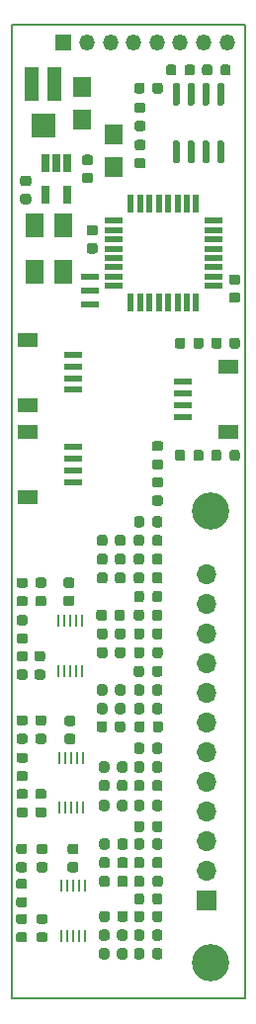
<source format=gts>
G04 #@! TF.GenerationSoftware,KiCad,Pcbnew,(5.1.9-0-10_14)*
G04 #@! TF.CreationDate,2021-01-28T12:41:14+01:00*
G04 #@! TF.ProjectId,instrumnet,696e7374-7275-46d6-9e65-742e6b696361,rev?*
G04 #@! TF.SameCoordinates,Original*
G04 #@! TF.FileFunction,Soldermask,Top*
G04 #@! TF.FilePolarity,Negative*
%FSLAX46Y46*%
G04 Gerber Fmt 4.6, Leading zero omitted, Abs format (unit mm)*
G04 Created by KiCad (PCBNEW (5.1.9-0-10_14)) date 2021-01-28 12:41:14*
%MOMM*%
%LPD*%
G01*
G04 APERTURE LIST*
G04 #@! TA.AperFunction,Profile*
%ADD10C,0.150000*%
G04 #@! TD*
%ADD11R,1.600000X1.800000*%
%ADD12O,1.700000X1.700000*%
%ADD13R,1.700000X1.700000*%
%ADD14R,0.250000X1.100000*%
%ADD15C,3.200000*%
%ADD16O,1.350000X1.350000*%
%ADD17R,1.350000X1.350000*%
%ADD18R,0.550000X1.600000*%
%ADD19R,1.600000X0.550000*%
%ADD20R,1.550000X0.600000*%
%ADD21R,1.800000X1.200000*%
%ADD22R,1.600000X2.000000*%
%ADD23R,2.000000X2.000000*%
%ADD24R,1.200000X3.000000*%
%ADD25R,1.500000X0.500000*%
%ADD26R,0.650000X1.560000*%
G04 APERTURE END LIST*
D10*
X124500000Y-63650000D02*
X144500000Y-63650000D01*
X124500000Y-147050000D02*
X124500000Y-63650000D01*
X144500000Y-147050000D02*
X124500000Y-147050000D01*
X144500000Y-63650000D02*
X144500000Y-147050000D01*
D11*
X130520000Y-68950000D03*
X130520000Y-71750000D03*
X133200000Y-75800000D03*
X133200000Y-73000000D03*
G36*
G01*
X143262500Y-67243750D02*
X143262500Y-67756250D01*
G75*
G02*
X143043750Y-67975000I-218750J0D01*
G01*
X142606250Y-67975000D01*
G75*
G02*
X142387500Y-67756250I0J218750D01*
G01*
X142387500Y-67243750D01*
G75*
G02*
X142606250Y-67025000I218750J0D01*
G01*
X143043750Y-67025000D01*
G75*
G02*
X143262500Y-67243750I0J-218750D01*
G01*
G37*
G36*
G01*
X141687500Y-67243750D02*
X141687500Y-67756250D01*
G75*
G02*
X141468750Y-67975000I-218750J0D01*
G01*
X141031250Y-67975000D01*
G75*
G02*
X140812500Y-67756250I0J218750D01*
G01*
X140812500Y-67243750D01*
G75*
G02*
X141031250Y-67025000I218750J0D01*
G01*
X141468750Y-67025000D01*
G75*
G02*
X141687500Y-67243750I0J-218750D01*
G01*
G37*
G36*
G01*
X137256250Y-104825000D02*
X136743750Y-104825000D01*
G75*
G02*
X136525000Y-104606250I0J218750D01*
G01*
X136525000Y-104168750D01*
G75*
G02*
X136743750Y-103950000I218750J0D01*
G01*
X137256250Y-103950000D01*
G75*
G02*
X137475000Y-104168750I0J-218750D01*
G01*
X137475000Y-104606250D01*
G75*
G02*
X137256250Y-104825000I-218750J0D01*
G01*
G37*
G36*
G01*
X137256250Y-103250000D02*
X136743750Y-103250000D01*
G75*
G02*
X136525000Y-103031250I0J218750D01*
G01*
X136525000Y-102593750D01*
G75*
G02*
X136743750Y-102375000I218750J0D01*
G01*
X137256250Y-102375000D01*
G75*
G02*
X137475000Y-102593750I0J-218750D01*
G01*
X137475000Y-103031250D01*
G75*
G02*
X137256250Y-103250000I-218750J0D01*
G01*
G37*
G36*
G01*
X144037500Y-100243750D02*
X144037500Y-100756250D01*
G75*
G02*
X143818750Y-100975000I-218750J0D01*
G01*
X143381250Y-100975000D01*
G75*
G02*
X143162500Y-100756250I0J218750D01*
G01*
X143162500Y-100243750D01*
G75*
G02*
X143381250Y-100025000I218750J0D01*
G01*
X143818750Y-100025000D01*
G75*
G02*
X144037500Y-100243750I0J-218750D01*
G01*
G37*
G36*
G01*
X142462500Y-100243750D02*
X142462500Y-100756250D01*
G75*
G02*
X142243750Y-100975000I-218750J0D01*
G01*
X141806250Y-100975000D01*
G75*
G02*
X141587500Y-100756250I0J218750D01*
G01*
X141587500Y-100243750D01*
G75*
G02*
X141806250Y-100025000I218750J0D01*
G01*
X142243750Y-100025000D01*
G75*
G02*
X142462500Y-100243750I0J-218750D01*
G01*
G37*
D12*
X141200000Y-110680000D03*
X141200000Y-113220000D03*
X141200000Y-115760000D03*
X141200000Y-118300000D03*
X141200000Y-120840000D03*
X141200000Y-123380000D03*
X141200000Y-125920000D03*
X141200000Y-128460000D03*
X141200000Y-131000000D03*
X141200000Y-133540000D03*
X141200000Y-136080000D03*
D13*
X141200000Y-138620000D03*
G36*
G01*
X125950000Y-79000000D02*
X125450000Y-79000000D01*
G75*
G02*
X125225000Y-78775000I0J225000D01*
G01*
X125225000Y-78325000D01*
G75*
G02*
X125450000Y-78100000I225000J0D01*
G01*
X125950000Y-78100000D01*
G75*
G02*
X126175000Y-78325000I0J-225000D01*
G01*
X126175000Y-78775000D01*
G75*
G02*
X125950000Y-79000000I-225000J0D01*
G01*
G37*
G36*
G01*
X125950000Y-77450000D02*
X125450000Y-77450000D01*
G75*
G02*
X125225000Y-77225000I0J225000D01*
G01*
X125225000Y-76775000D01*
G75*
G02*
X125450000Y-76550000I225000J0D01*
G01*
X125950000Y-76550000D01*
G75*
G02*
X126175000Y-76775000I0J-225000D01*
G01*
X126175000Y-77225000D01*
G75*
G02*
X125950000Y-77450000I-225000J0D01*
G01*
G37*
G36*
G01*
X132000000Y-137250000D02*
X132000000Y-136750000D01*
G75*
G02*
X132225000Y-136525000I225000J0D01*
G01*
X132675000Y-136525000D01*
G75*
G02*
X132900000Y-136750000I0J-225000D01*
G01*
X132900000Y-137250000D01*
G75*
G02*
X132675000Y-137475000I-225000J0D01*
G01*
X132225000Y-137475000D01*
G75*
G02*
X132000000Y-137250000I0J225000D01*
G01*
G37*
G36*
G01*
X133550000Y-137250000D02*
X133550000Y-136750000D01*
G75*
G02*
X133775000Y-136525000I225000J0D01*
G01*
X134225000Y-136525000D01*
G75*
G02*
X134450000Y-136750000I0J-225000D01*
G01*
X134450000Y-137250000D01*
G75*
G02*
X134225000Y-137475000I-225000J0D01*
G01*
X133775000Y-137475000D01*
G75*
G02*
X133550000Y-137250000I0J225000D01*
G01*
G37*
G36*
G01*
X132000000Y-135650000D02*
X132000000Y-135150000D01*
G75*
G02*
X132225000Y-134925000I225000J0D01*
G01*
X132675000Y-134925000D01*
G75*
G02*
X132900000Y-135150000I0J-225000D01*
G01*
X132900000Y-135650000D01*
G75*
G02*
X132675000Y-135875000I-225000J0D01*
G01*
X132225000Y-135875000D01*
G75*
G02*
X132000000Y-135650000I0J225000D01*
G01*
G37*
G36*
G01*
X133550000Y-135650000D02*
X133550000Y-135150000D01*
G75*
G02*
X133775000Y-134925000I225000J0D01*
G01*
X134225000Y-134925000D01*
G75*
G02*
X134450000Y-135150000I0J-225000D01*
G01*
X134450000Y-135650000D01*
G75*
G02*
X134225000Y-135875000I-225000J0D01*
G01*
X133775000Y-135875000D01*
G75*
G02*
X133550000Y-135650000I0J225000D01*
G01*
G37*
G36*
G01*
X132000000Y-134050000D02*
X132000000Y-133550000D01*
G75*
G02*
X132225000Y-133325000I225000J0D01*
G01*
X132675000Y-133325000D01*
G75*
G02*
X132900000Y-133550000I0J-225000D01*
G01*
X132900000Y-134050000D01*
G75*
G02*
X132675000Y-134275000I-225000J0D01*
G01*
X132225000Y-134275000D01*
G75*
G02*
X132000000Y-134050000I0J225000D01*
G01*
G37*
G36*
G01*
X133550000Y-134050000D02*
X133550000Y-133550000D01*
G75*
G02*
X133775000Y-133325000I225000J0D01*
G01*
X134225000Y-133325000D01*
G75*
G02*
X134450000Y-133550000I0J-225000D01*
G01*
X134450000Y-134050000D01*
G75*
G02*
X134225000Y-134275000I-225000J0D01*
G01*
X133775000Y-134275000D01*
G75*
G02*
X133550000Y-134050000I0J225000D01*
G01*
G37*
G36*
G01*
X130000000Y-136225000D02*
X129500000Y-136225000D01*
G75*
G02*
X129275000Y-136000000I0J225000D01*
G01*
X129275000Y-135550000D01*
G75*
G02*
X129500000Y-135325000I225000J0D01*
G01*
X130000000Y-135325000D01*
G75*
G02*
X130225000Y-135550000I0J-225000D01*
G01*
X130225000Y-136000000D01*
G75*
G02*
X130000000Y-136225000I-225000J0D01*
G01*
G37*
G36*
G01*
X130000000Y-134675000D02*
X129500000Y-134675000D01*
G75*
G02*
X129275000Y-134450000I0J225000D01*
G01*
X129275000Y-134000000D01*
G75*
G02*
X129500000Y-133775000I225000J0D01*
G01*
X130000000Y-133775000D01*
G75*
G02*
X130225000Y-134000000I0J-225000D01*
G01*
X130225000Y-134450000D01*
G75*
G02*
X130000000Y-134675000I-225000J0D01*
G01*
G37*
G36*
G01*
X129650000Y-113425000D02*
X129150000Y-113425000D01*
G75*
G02*
X128925000Y-113200000I0J225000D01*
G01*
X128925000Y-112750000D01*
G75*
G02*
X129150000Y-112525000I225000J0D01*
G01*
X129650000Y-112525000D01*
G75*
G02*
X129875000Y-112750000I0J-225000D01*
G01*
X129875000Y-113200000D01*
G75*
G02*
X129650000Y-113425000I-225000J0D01*
G01*
G37*
G36*
G01*
X129650000Y-111875000D02*
X129150000Y-111875000D01*
G75*
G02*
X128925000Y-111650000I0J225000D01*
G01*
X128925000Y-111200000D01*
G75*
G02*
X129150000Y-110975000I225000J0D01*
G01*
X129650000Y-110975000D01*
G75*
G02*
X129875000Y-111200000I0J-225000D01*
G01*
X129875000Y-111650000D01*
G75*
G02*
X129650000Y-111875000I-225000J0D01*
G01*
G37*
G36*
G01*
X131800000Y-111250000D02*
X131800000Y-110750000D01*
G75*
G02*
X132025000Y-110525000I225000J0D01*
G01*
X132475000Y-110525000D01*
G75*
G02*
X132700000Y-110750000I0J-225000D01*
G01*
X132700000Y-111250000D01*
G75*
G02*
X132475000Y-111475000I-225000J0D01*
G01*
X132025000Y-111475000D01*
G75*
G02*
X131800000Y-111250000I0J225000D01*
G01*
G37*
G36*
G01*
X133350000Y-111250000D02*
X133350000Y-110750000D01*
G75*
G02*
X133575000Y-110525000I225000J0D01*
G01*
X134025000Y-110525000D01*
G75*
G02*
X134250000Y-110750000I0J-225000D01*
G01*
X134250000Y-111250000D01*
G75*
G02*
X134025000Y-111475000I-225000J0D01*
G01*
X133575000Y-111475000D01*
G75*
G02*
X133350000Y-111250000I0J225000D01*
G01*
G37*
G36*
G01*
X131800000Y-108050000D02*
X131800000Y-107550000D01*
G75*
G02*
X132025000Y-107325000I225000J0D01*
G01*
X132475000Y-107325000D01*
G75*
G02*
X132700000Y-107550000I0J-225000D01*
G01*
X132700000Y-108050000D01*
G75*
G02*
X132475000Y-108275000I-225000J0D01*
G01*
X132025000Y-108275000D01*
G75*
G02*
X131800000Y-108050000I0J225000D01*
G01*
G37*
G36*
G01*
X133350000Y-108050000D02*
X133350000Y-107550000D01*
G75*
G02*
X133575000Y-107325000I225000J0D01*
G01*
X134025000Y-107325000D01*
G75*
G02*
X134250000Y-107550000I0J-225000D01*
G01*
X134250000Y-108050000D01*
G75*
G02*
X134025000Y-108275000I-225000J0D01*
G01*
X133575000Y-108275000D01*
G75*
G02*
X133350000Y-108050000I0J225000D01*
G01*
G37*
G36*
G01*
X131800000Y-117650000D02*
X131800000Y-117150000D01*
G75*
G02*
X132025000Y-116925000I225000J0D01*
G01*
X132475000Y-116925000D01*
G75*
G02*
X132700000Y-117150000I0J-225000D01*
G01*
X132700000Y-117650000D01*
G75*
G02*
X132475000Y-117875000I-225000J0D01*
G01*
X132025000Y-117875000D01*
G75*
G02*
X131800000Y-117650000I0J225000D01*
G01*
G37*
G36*
G01*
X133350000Y-117650000D02*
X133350000Y-117150000D01*
G75*
G02*
X133575000Y-116925000I225000J0D01*
G01*
X134025000Y-116925000D01*
G75*
G02*
X134250000Y-117150000I0J-225000D01*
G01*
X134250000Y-117650000D01*
G75*
G02*
X134025000Y-117875000I-225000J0D01*
G01*
X133575000Y-117875000D01*
G75*
G02*
X133350000Y-117650000I0J225000D01*
G01*
G37*
G36*
G01*
X131750000Y-114450000D02*
X131750000Y-113950000D01*
G75*
G02*
X131975000Y-113725000I225000J0D01*
G01*
X132425000Y-113725000D01*
G75*
G02*
X132650000Y-113950000I0J-225000D01*
G01*
X132650000Y-114450000D01*
G75*
G02*
X132425000Y-114675000I-225000J0D01*
G01*
X131975000Y-114675000D01*
G75*
G02*
X131750000Y-114450000I0J225000D01*
G01*
G37*
G36*
G01*
X133300000Y-114450000D02*
X133300000Y-113950000D01*
G75*
G02*
X133525000Y-113725000I225000J0D01*
G01*
X133975000Y-113725000D01*
G75*
G02*
X134200000Y-113950000I0J-225000D01*
G01*
X134200000Y-114450000D01*
G75*
G02*
X133975000Y-114675000I-225000J0D01*
G01*
X133525000Y-114675000D01*
G75*
G02*
X133300000Y-114450000I0J225000D01*
G01*
G37*
G36*
G01*
X131800000Y-109650000D02*
X131800000Y-109150000D01*
G75*
G02*
X132025000Y-108925000I225000J0D01*
G01*
X132475000Y-108925000D01*
G75*
G02*
X132700000Y-109150000I0J-225000D01*
G01*
X132700000Y-109650000D01*
G75*
G02*
X132475000Y-109875000I-225000J0D01*
G01*
X132025000Y-109875000D01*
G75*
G02*
X131800000Y-109650000I0J225000D01*
G01*
G37*
G36*
G01*
X133350000Y-109650000D02*
X133350000Y-109150000D01*
G75*
G02*
X133575000Y-108925000I225000J0D01*
G01*
X134025000Y-108925000D01*
G75*
G02*
X134250000Y-109150000I0J-225000D01*
G01*
X134250000Y-109650000D01*
G75*
G02*
X134025000Y-109875000I-225000J0D01*
G01*
X133575000Y-109875000D01*
G75*
G02*
X133350000Y-109650000I0J225000D01*
G01*
G37*
G36*
G01*
X131800000Y-116050000D02*
X131800000Y-115550000D01*
G75*
G02*
X132025000Y-115325000I225000J0D01*
G01*
X132475000Y-115325000D01*
G75*
G02*
X132700000Y-115550000I0J-225000D01*
G01*
X132700000Y-116050000D01*
G75*
G02*
X132475000Y-116275000I-225000J0D01*
G01*
X132025000Y-116275000D01*
G75*
G02*
X131800000Y-116050000I0J225000D01*
G01*
G37*
G36*
G01*
X133350000Y-116050000D02*
X133350000Y-115550000D01*
G75*
G02*
X133575000Y-115325000I225000J0D01*
G01*
X134025000Y-115325000D01*
G75*
G02*
X134250000Y-115550000I0J-225000D01*
G01*
X134250000Y-116050000D01*
G75*
G02*
X134025000Y-116275000I-225000J0D01*
G01*
X133575000Y-116275000D01*
G75*
G02*
X133350000Y-116050000I0J225000D01*
G01*
G37*
G36*
G01*
X129750000Y-125250000D02*
X129250000Y-125250000D01*
G75*
G02*
X129025000Y-125025000I0J225000D01*
G01*
X129025000Y-124575000D01*
G75*
G02*
X129250000Y-124350000I225000J0D01*
G01*
X129750000Y-124350000D01*
G75*
G02*
X129975000Y-124575000I0J-225000D01*
G01*
X129975000Y-125025000D01*
G75*
G02*
X129750000Y-125250000I-225000J0D01*
G01*
G37*
G36*
G01*
X129750000Y-123700000D02*
X129250000Y-123700000D01*
G75*
G02*
X129025000Y-123475000I0J225000D01*
G01*
X129025000Y-123025000D01*
G75*
G02*
X129250000Y-122800000I225000J0D01*
G01*
X129750000Y-122800000D01*
G75*
G02*
X129975000Y-123025000I0J-225000D01*
G01*
X129975000Y-123475000D01*
G75*
G02*
X129750000Y-123700000I-225000J0D01*
G01*
G37*
G36*
G01*
X131975000Y-143450000D02*
X131975000Y-142950000D01*
G75*
G02*
X132200000Y-142725000I225000J0D01*
G01*
X132650000Y-142725000D01*
G75*
G02*
X132875000Y-142950000I0J-225000D01*
G01*
X132875000Y-143450000D01*
G75*
G02*
X132650000Y-143675000I-225000J0D01*
G01*
X132200000Y-143675000D01*
G75*
G02*
X131975000Y-143450000I0J225000D01*
G01*
G37*
G36*
G01*
X133525000Y-143450000D02*
X133525000Y-142950000D01*
G75*
G02*
X133750000Y-142725000I225000J0D01*
G01*
X134200000Y-142725000D01*
G75*
G02*
X134425000Y-142950000I0J-225000D01*
G01*
X134425000Y-143450000D01*
G75*
G02*
X134200000Y-143675000I-225000J0D01*
G01*
X133750000Y-143675000D01*
G75*
G02*
X133525000Y-143450000I0J225000D01*
G01*
G37*
G36*
G01*
X131975000Y-141850000D02*
X131975000Y-141350000D01*
G75*
G02*
X132200000Y-141125000I225000J0D01*
G01*
X132650000Y-141125000D01*
G75*
G02*
X132875000Y-141350000I0J-225000D01*
G01*
X132875000Y-141850000D01*
G75*
G02*
X132650000Y-142075000I-225000J0D01*
G01*
X132200000Y-142075000D01*
G75*
G02*
X131975000Y-141850000I0J225000D01*
G01*
G37*
G36*
G01*
X133525000Y-141850000D02*
X133525000Y-141350000D01*
G75*
G02*
X133750000Y-141125000I225000J0D01*
G01*
X134200000Y-141125000D01*
G75*
G02*
X134425000Y-141350000I0J-225000D01*
G01*
X134425000Y-141850000D01*
G75*
G02*
X134200000Y-142075000I-225000J0D01*
G01*
X133750000Y-142075000D01*
G75*
G02*
X133525000Y-141850000I0J225000D01*
G01*
G37*
G36*
G01*
X132000000Y-140250000D02*
X132000000Y-139750000D01*
G75*
G02*
X132225000Y-139525000I225000J0D01*
G01*
X132675000Y-139525000D01*
G75*
G02*
X132900000Y-139750000I0J-225000D01*
G01*
X132900000Y-140250000D01*
G75*
G02*
X132675000Y-140475000I-225000J0D01*
G01*
X132225000Y-140475000D01*
G75*
G02*
X132000000Y-140250000I0J225000D01*
G01*
G37*
G36*
G01*
X133550000Y-140250000D02*
X133550000Y-139750000D01*
G75*
G02*
X133775000Y-139525000I225000J0D01*
G01*
X134225000Y-139525000D01*
G75*
G02*
X134450000Y-139750000I0J-225000D01*
G01*
X134450000Y-140250000D01*
G75*
G02*
X134225000Y-140475000I-225000J0D01*
G01*
X133775000Y-140475000D01*
G75*
G02*
X133550000Y-140250000I0J225000D01*
G01*
G37*
G36*
G01*
X131775000Y-124000000D02*
X131775000Y-123500000D01*
G75*
G02*
X132000000Y-123275000I225000J0D01*
G01*
X132450000Y-123275000D01*
G75*
G02*
X132675000Y-123500000I0J-225000D01*
G01*
X132675000Y-124000000D01*
G75*
G02*
X132450000Y-124225000I-225000J0D01*
G01*
X132000000Y-124225000D01*
G75*
G02*
X131775000Y-124000000I0J225000D01*
G01*
G37*
G36*
G01*
X133325000Y-124000000D02*
X133325000Y-123500000D01*
G75*
G02*
X133550000Y-123275000I225000J0D01*
G01*
X134000000Y-123275000D01*
G75*
G02*
X134225000Y-123500000I0J-225000D01*
G01*
X134225000Y-124000000D01*
G75*
G02*
X134000000Y-124225000I-225000J0D01*
G01*
X133550000Y-124225000D01*
G75*
G02*
X133325000Y-124000000I0J225000D01*
G01*
G37*
G36*
G01*
X131800000Y-120850000D02*
X131800000Y-120350000D01*
G75*
G02*
X132025000Y-120125000I225000J0D01*
G01*
X132475000Y-120125000D01*
G75*
G02*
X132700000Y-120350000I0J-225000D01*
G01*
X132700000Y-120850000D01*
G75*
G02*
X132475000Y-121075000I-225000J0D01*
G01*
X132025000Y-121075000D01*
G75*
G02*
X131800000Y-120850000I0J225000D01*
G01*
G37*
G36*
G01*
X133350000Y-120850000D02*
X133350000Y-120350000D01*
G75*
G02*
X133575000Y-120125000I225000J0D01*
G01*
X134025000Y-120125000D01*
G75*
G02*
X134250000Y-120350000I0J-225000D01*
G01*
X134250000Y-120850000D01*
G75*
G02*
X134025000Y-121075000I-225000J0D01*
G01*
X133575000Y-121075000D01*
G75*
G02*
X133350000Y-120850000I0J225000D01*
G01*
G37*
G36*
G01*
X131975000Y-130750000D02*
X131975000Y-130250000D01*
G75*
G02*
X132200000Y-130025000I225000J0D01*
G01*
X132650000Y-130025000D01*
G75*
G02*
X132875000Y-130250000I0J-225000D01*
G01*
X132875000Y-130750000D01*
G75*
G02*
X132650000Y-130975000I-225000J0D01*
G01*
X132200000Y-130975000D01*
G75*
G02*
X131975000Y-130750000I0J225000D01*
G01*
G37*
G36*
G01*
X133525000Y-130750000D02*
X133525000Y-130250000D01*
G75*
G02*
X133750000Y-130025000I225000J0D01*
G01*
X134200000Y-130025000D01*
G75*
G02*
X134425000Y-130250000I0J-225000D01*
G01*
X134425000Y-130750000D01*
G75*
G02*
X134200000Y-130975000I-225000J0D01*
G01*
X133750000Y-130975000D01*
G75*
G02*
X133525000Y-130750000I0J225000D01*
G01*
G37*
G36*
G01*
X130750000Y-74750000D02*
X131250000Y-74750000D01*
G75*
G02*
X131475000Y-74975000I0J-225000D01*
G01*
X131475000Y-75425000D01*
G75*
G02*
X131250000Y-75650000I-225000J0D01*
G01*
X130750000Y-75650000D01*
G75*
G02*
X130525000Y-75425000I0J225000D01*
G01*
X130525000Y-74975000D01*
G75*
G02*
X130750000Y-74750000I225000J0D01*
G01*
G37*
G36*
G01*
X130750000Y-76300000D02*
X131250000Y-76300000D01*
G75*
G02*
X131475000Y-76525000I0J-225000D01*
G01*
X131475000Y-76975000D01*
G75*
G02*
X131250000Y-77200000I-225000J0D01*
G01*
X130750000Y-77200000D01*
G75*
G02*
X130525000Y-76975000I0J225000D01*
G01*
X130525000Y-76525000D01*
G75*
G02*
X130750000Y-76300000I225000J0D01*
G01*
G37*
G36*
G01*
X135250000Y-73475000D02*
X135750000Y-73475000D01*
G75*
G02*
X135975000Y-73700000I0J-225000D01*
G01*
X135975000Y-74150000D01*
G75*
G02*
X135750000Y-74375000I-225000J0D01*
G01*
X135250000Y-74375000D01*
G75*
G02*
X135025000Y-74150000I0J225000D01*
G01*
X135025000Y-73700000D01*
G75*
G02*
X135250000Y-73475000I225000J0D01*
G01*
G37*
G36*
G01*
X135250000Y-75025000D02*
X135750000Y-75025000D01*
G75*
G02*
X135975000Y-75250000I0J-225000D01*
G01*
X135975000Y-75700000D01*
G75*
G02*
X135750000Y-75925000I-225000J0D01*
G01*
X135250000Y-75925000D01*
G75*
G02*
X135025000Y-75700000I0J225000D01*
G01*
X135025000Y-75250000D01*
G75*
G02*
X135250000Y-75025000I225000J0D01*
G01*
G37*
G36*
G01*
X131650000Y-83225000D02*
X131150000Y-83225000D01*
G75*
G02*
X130925000Y-83000000I0J225000D01*
G01*
X130925000Y-82550000D01*
G75*
G02*
X131150000Y-82325000I225000J0D01*
G01*
X131650000Y-82325000D01*
G75*
G02*
X131875000Y-82550000I0J-225000D01*
G01*
X131875000Y-83000000D01*
G75*
G02*
X131650000Y-83225000I-225000J0D01*
G01*
G37*
G36*
G01*
X131650000Y-81675000D02*
X131150000Y-81675000D01*
G75*
G02*
X130925000Y-81450000I0J225000D01*
G01*
X130925000Y-81000000D01*
G75*
G02*
X131150000Y-80775000I225000J0D01*
G01*
X131650000Y-80775000D01*
G75*
G02*
X131875000Y-81000000I0J-225000D01*
G01*
X131875000Y-81450000D01*
G75*
G02*
X131650000Y-81675000I-225000J0D01*
G01*
G37*
G36*
G01*
X143350000Y-85000000D02*
X143850000Y-85000000D01*
G75*
G02*
X144075000Y-85225000I0J-225000D01*
G01*
X144075000Y-85675000D01*
G75*
G02*
X143850000Y-85900000I-225000J0D01*
G01*
X143350000Y-85900000D01*
G75*
G02*
X143125000Y-85675000I0J225000D01*
G01*
X143125000Y-85225000D01*
G75*
G02*
X143350000Y-85000000I225000J0D01*
G01*
G37*
G36*
G01*
X143350000Y-86550000D02*
X143850000Y-86550000D01*
G75*
G02*
X144075000Y-86775000I0J-225000D01*
G01*
X144075000Y-87225000D01*
G75*
G02*
X143850000Y-87450000I-225000J0D01*
G01*
X143350000Y-87450000D01*
G75*
G02*
X143125000Y-87225000I0J225000D01*
G01*
X143125000Y-86775000D01*
G75*
G02*
X143350000Y-86550000I225000J0D01*
G01*
G37*
G36*
G01*
X141600000Y-91150000D02*
X141600000Y-90650000D01*
G75*
G02*
X141825000Y-90425000I225000J0D01*
G01*
X142275000Y-90425000D01*
G75*
G02*
X142500000Y-90650000I0J-225000D01*
G01*
X142500000Y-91150000D01*
G75*
G02*
X142275000Y-91375000I-225000J0D01*
G01*
X141825000Y-91375000D01*
G75*
G02*
X141600000Y-91150000I0J225000D01*
G01*
G37*
G36*
G01*
X143150000Y-91150000D02*
X143150000Y-90650000D01*
G75*
G02*
X143375000Y-90425000I225000J0D01*
G01*
X143825000Y-90425000D01*
G75*
G02*
X144050000Y-90650000I0J-225000D01*
G01*
X144050000Y-91150000D01*
G75*
G02*
X143825000Y-91375000I-225000J0D01*
G01*
X143375000Y-91375000D01*
G75*
G02*
X143150000Y-91150000I0J225000D01*
G01*
G37*
G36*
G01*
X131975000Y-127450000D02*
X131975000Y-126950000D01*
G75*
G02*
X132200000Y-126725000I225000J0D01*
G01*
X132650000Y-126725000D01*
G75*
G02*
X132875000Y-126950000I0J-225000D01*
G01*
X132875000Y-127450000D01*
G75*
G02*
X132650000Y-127675000I-225000J0D01*
G01*
X132200000Y-127675000D01*
G75*
G02*
X131975000Y-127450000I0J225000D01*
G01*
G37*
G36*
G01*
X133525000Y-127450000D02*
X133525000Y-126950000D01*
G75*
G02*
X133750000Y-126725000I225000J0D01*
G01*
X134200000Y-126725000D01*
G75*
G02*
X134425000Y-126950000I0J-225000D01*
G01*
X134425000Y-127450000D01*
G75*
G02*
X134200000Y-127675000I-225000J0D01*
G01*
X133750000Y-127675000D01*
G75*
G02*
X133525000Y-127450000I0J225000D01*
G01*
G37*
G36*
G01*
X131800000Y-122450000D02*
X131800000Y-121950000D01*
G75*
G02*
X132025000Y-121725000I225000J0D01*
G01*
X132475000Y-121725000D01*
G75*
G02*
X132700000Y-121950000I0J-225000D01*
G01*
X132700000Y-122450000D01*
G75*
G02*
X132475000Y-122675000I-225000J0D01*
G01*
X132025000Y-122675000D01*
G75*
G02*
X131800000Y-122450000I0J225000D01*
G01*
G37*
G36*
G01*
X133350000Y-122450000D02*
X133350000Y-121950000D01*
G75*
G02*
X133575000Y-121725000I225000J0D01*
G01*
X134025000Y-121725000D01*
G75*
G02*
X134250000Y-121950000I0J-225000D01*
G01*
X134250000Y-122450000D01*
G75*
G02*
X134025000Y-122675000I-225000J0D01*
G01*
X133575000Y-122675000D01*
G75*
G02*
X133350000Y-122450000I0J225000D01*
G01*
G37*
G36*
G01*
X137450000Y-68800000D02*
X137450000Y-69300000D01*
G75*
G02*
X137225000Y-69525000I-225000J0D01*
G01*
X136775000Y-69525000D01*
G75*
G02*
X136550000Y-69300000I0J225000D01*
G01*
X136550000Y-68800000D01*
G75*
G02*
X136775000Y-68575000I225000J0D01*
G01*
X137225000Y-68575000D01*
G75*
G02*
X137450000Y-68800000I0J-225000D01*
G01*
G37*
G36*
G01*
X135900000Y-68800000D02*
X135900000Y-69300000D01*
G75*
G02*
X135675000Y-69525000I-225000J0D01*
G01*
X135225000Y-69525000D01*
G75*
G02*
X135000000Y-69300000I0J225000D01*
G01*
X135000000Y-68800000D01*
G75*
G02*
X135225000Y-68575000I225000J0D01*
G01*
X135675000Y-68575000D01*
G75*
G02*
X135900000Y-68800000I0J-225000D01*
G01*
G37*
G36*
G01*
X131975000Y-129050000D02*
X131975000Y-128550000D01*
G75*
G02*
X132200000Y-128325000I225000J0D01*
G01*
X132650000Y-128325000D01*
G75*
G02*
X132875000Y-128550000I0J-225000D01*
G01*
X132875000Y-129050000D01*
G75*
G02*
X132650000Y-129275000I-225000J0D01*
G01*
X132200000Y-129275000D01*
G75*
G02*
X131975000Y-129050000I0J225000D01*
G01*
G37*
G36*
G01*
X133525000Y-129050000D02*
X133525000Y-128550000D01*
G75*
G02*
X133750000Y-128325000I225000J0D01*
G01*
X134200000Y-128325000D01*
G75*
G02*
X134425000Y-128550000I0J-225000D01*
G01*
X134425000Y-129050000D01*
G75*
G02*
X134200000Y-129275000I-225000J0D01*
G01*
X133750000Y-129275000D01*
G75*
G02*
X133525000Y-129050000I0J225000D01*
G01*
G37*
G36*
G01*
X140187500Y-67243750D02*
X140187500Y-67756250D01*
G75*
G02*
X139968750Y-67975000I-218750J0D01*
G01*
X139531250Y-67975000D01*
G75*
G02*
X139312500Y-67756250I0J218750D01*
G01*
X139312500Y-67243750D01*
G75*
G02*
X139531250Y-67025000I218750J0D01*
G01*
X139968750Y-67025000D01*
G75*
G02*
X140187500Y-67243750I0J-218750D01*
G01*
G37*
G36*
G01*
X138612500Y-67243750D02*
X138612500Y-67756250D01*
G75*
G02*
X138393750Y-67975000I-218750J0D01*
G01*
X137956250Y-67975000D01*
G75*
G02*
X137737500Y-67756250I0J218750D01*
G01*
X137737500Y-67243750D01*
G75*
G02*
X137956250Y-67025000I218750J0D01*
G01*
X138393750Y-67025000D01*
G75*
G02*
X138612500Y-67243750I0J-218750D01*
G01*
G37*
G36*
G01*
X137256250Y-101725000D02*
X136743750Y-101725000D01*
G75*
G02*
X136525000Y-101506250I0J218750D01*
G01*
X136525000Y-101068750D01*
G75*
G02*
X136743750Y-100850000I218750J0D01*
G01*
X137256250Y-100850000D01*
G75*
G02*
X137475000Y-101068750I0J-218750D01*
G01*
X137475000Y-101506250D01*
G75*
G02*
X137256250Y-101725000I-218750J0D01*
G01*
G37*
G36*
G01*
X137256250Y-100150000D02*
X136743750Y-100150000D01*
G75*
G02*
X136525000Y-99931250I0J218750D01*
G01*
X136525000Y-99493750D01*
G75*
G02*
X136743750Y-99275000I218750J0D01*
G01*
X137256250Y-99275000D01*
G75*
G02*
X137475000Y-99493750I0J-218750D01*
G01*
X137475000Y-99931250D01*
G75*
G02*
X137256250Y-100150000I-218750J0D01*
G01*
G37*
G36*
G01*
X140937500Y-100243750D02*
X140937500Y-100756250D01*
G75*
G02*
X140718750Y-100975000I-218750J0D01*
G01*
X140281250Y-100975000D01*
G75*
G02*
X140062500Y-100756250I0J218750D01*
G01*
X140062500Y-100243750D01*
G75*
G02*
X140281250Y-100025000I218750J0D01*
G01*
X140718750Y-100025000D01*
G75*
G02*
X140937500Y-100243750I0J-218750D01*
G01*
G37*
G36*
G01*
X139362500Y-100243750D02*
X139362500Y-100756250D01*
G75*
G02*
X139143750Y-100975000I-218750J0D01*
G01*
X138706250Y-100975000D01*
G75*
G02*
X138487500Y-100756250I0J218750D01*
G01*
X138487500Y-100243750D01*
G75*
G02*
X138706250Y-100025000I218750J0D01*
G01*
X139143750Y-100025000D01*
G75*
G02*
X139362500Y-100243750I0J-218750D01*
G01*
G37*
G36*
G01*
X125656250Y-116637500D02*
X125143750Y-116637500D01*
G75*
G02*
X124925000Y-116418750I0J218750D01*
G01*
X124925000Y-115981250D01*
G75*
G02*
X125143750Y-115762500I218750J0D01*
G01*
X125656250Y-115762500D01*
G75*
G02*
X125875000Y-115981250I0J-218750D01*
G01*
X125875000Y-116418750D01*
G75*
G02*
X125656250Y-116637500I-218750J0D01*
G01*
G37*
G36*
G01*
X125656250Y-115062500D02*
X125143750Y-115062500D01*
G75*
G02*
X124925000Y-114843750I0J218750D01*
G01*
X124925000Y-114406250D01*
G75*
G02*
X125143750Y-114187500I218750J0D01*
G01*
X125656250Y-114187500D01*
G75*
G02*
X125875000Y-114406250I0J-218750D01*
G01*
X125875000Y-114843750D01*
G75*
G02*
X125656250Y-115062500I-218750J0D01*
G01*
G37*
G36*
G01*
X125656250Y-119712500D02*
X125143750Y-119712500D01*
G75*
G02*
X124925000Y-119493750I0J218750D01*
G01*
X124925000Y-119056250D01*
G75*
G02*
X125143750Y-118837500I218750J0D01*
G01*
X125656250Y-118837500D01*
G75*
G02*
X125875000Y-119056250I0J-218750D01*
G01*
X125875000Y-119493750D01*
G75*
G02*
X125656250Y-119712500I-218750J0D01*
G01*
G37*
G36*
G01*
X125656250Y-118137500D02*
X125143750Y-118137500D01*
G75*
G02*
X124925000Y-117918750I0J218750D01*
G01*
X124925000Y-117481250D01*
G75*
G02*
X125143750Y-117262500I218750J0D01*
G01*
X125656250Y-117262500D01*
G75*
G02*
X125875000Y-117481250I0J-218750D01*
G01*
X125875000Y-117918750D01*
G75*
G02*
X125656250Y-118137500I-218750J0D01*
G01*
G37*
G36*
G01*
X127256250Y-113425000D02*
X126743750Y-113425000D01*
G75*
G02*
X126525000Y-113206250I0J218750D01*
G01*
X126525000Y-112768750D01*
G75*
G02*
X126743750Y-112550000I218750J0D01*
G01*
X127256250Y-112550000D01*
G75*
G02*
X127475000Y-112768750I0J-218750D01*
G01*
X127475000Y-113206250D01*
G75*
G02*
X127256250Y-113425000I-218750J0D01*
G01*
G37*
G36*
G01*
X127256250Y-111850000D02*
X126743750Y-111850000D01*
G75*
G02*
X126525000Y-111631250I0J218750D01*
G01*
X126525000Y-111193750D01*
G75*
G02*
X126743750Y-110975000I218750J0D01*
G01*
X127256250Y-110975000D01*
G75*
G02*
X127475000Y-111193750I0J-218750D01*
G01*
X127475000Y-111631250D01*
G75*
G02*
X127256250Y-111850000I-218750J0D01*
G01*
G37*
G36*
G01*
X125656250Y-113437500D02*
X125143750Y-113437500D01*
G75*
G02*
X124925000Y-113218750I0J218750D01*
G01*
X124925000Y-112781250D01*
G75*
G02*
X125143750Y-112562500I218750J0D01*
G01*
X125656250Y-112562500D01*
G75*
G02*
X125875000Y-112781250I0J-218750D01*
G01*
X125875000Y-113218750D01*
G75*
G02*
X125656250Y-113437500I-218750J0D01*
G01*
G37*
G36*
G01*
X125656250Y-111862500D02*
X125143750Y-111862500D01*
G75*
G02*
X124925000Y-111643750I0J218750D01*
G01*
X124925000Y-111206250D01*
G75*
G02*
X125143750Y-110987500I218750J0D01*
G01*
X125656250Y-110987500D01*
G75*
G02*
X125875000Y-111206250I0J-218750D01*
G01*
X125875000Y-111643750D01*
G75*
G02*
X125656250Y-111862500I-218750J0D01*
G01*
G37*
G36*
G01*
X127156250Y-119725000D02*
X126643750Y-119725000D01*
G75*
G02*
X126425000Y-119506250I0J218750D01*
G01*
X126425000Y-119068750D01*
G75*
G02*
X126643750Y-118850000I218750J0D01*
G01*
X127156250Y-118850000D01*
G75*
G02*
X127375000Y-119068750I0J-218750D01*
G01*
X127375000Y-119506250D01*
G75*
G02*
X127156250Y-119725000I-218750J0D01*
G01*
G37*
G36*
G01*
X127156250Y-118150000D02*
X126643750Y-118150000D01*
G75*
G02*
X126425000Y-117931250I0J218750D01*
G01*
X126425000Y-117493750D01*
G75*
G02*
X126643750Y-117275000I218750J0D01*
G01*
X127156250Y-117275000D01*
G75*
G02*
X127375000Y-117493750I0J-218750D01*
G01*
X127375000Y-117931250D01*
G75*
G02*
X127156250Y-118150000I-218750J0D01*
G01*
G37*
G36*
G01*
X137412500Y-109143750D02*
X137412500Y-109656250D01*
G75*
G02*
X137193750Y-109875000I-218750J0D01*
G01*
X136756250Y-109875000D01*
G75*
G02*
X136537500Y-109656250I0J218750D01*
G01*
X136537500Y-109143750D01*
G75*
G02*
X136756250Y-108925000I218750J0D01*
G01*
X137193750Y-108925000D01*
G75*
G02*
X137412500Y-109143750I0J-218750D01*
G01*
G37*
G36*
G01*
X135837500Y-109143750D02*
X135837500Y-109656250D01*
G75*
G02*
X135618750Y-109875000I-218750J0D01*
G01*
X135181250Y-109875000D01*
G75*
G02*
X134962500Y-109656250I0J218750D01*
G01*
X134962500Y-109143750D01*
G75*
G02*
X135181250Y-108925000I218750J0D01*
G01*
X135618750Y-108925000D01*
G75*
G02*
X135837500Y-109143750I0J-218750D01*
G01*
G37*
G36*
G01*
X137412500Y-107543750D02*
X137412500Y-108056250D01*
G75*
G02*
X137193750Y-108275000I-218750J0D01*
G01*
X136756250Y-108275000D01*
G75*
G02*
X136537500Y-108056250I0J218750D01*
G01*
X136537500Y-107543750D01*
G75*
G02*
X136756250Y-107325000I218750J0D01*
G01*
X137193750Y-107325000D01*
G75*
G02*
X137412500Y-107543750I0J-218750D01*
G01*
G37*
G36*
G01*
X135837500Y-107543750D02*
X135837500Y-108056250D01*
G75*
G02*
X135618750Y-108275000I-218750J0D01*
G01*
X135181250Y-108275000D01*
G75*
G02*
X134962500Y-108056250I0J218750D01*
G01*
X134962500Y-107543750D01*
G75*
G02*
X135181250Y-107325000I218750J0D01*
G01*
X135618750Y-107325000D01*
G75*
G02*
X135837500Y-107543750I0J-218750D01*
G01*
G37*
G36*
G01*
X137425000Y-115543750D02*
X137425000Y-116056250D01*
G75*
G02*
X137206250Y-116275000I-218750J0D01*
G01*
X136768750Y-116275000D01*
G75*
G02*
X136550000Y-116056250I0J218750D01*
G01*
X136550000Y-115543750D01*
G75*
G02*
X136768750Y-115325000I218750J0D01*
G01*
X137206250Y-115325000D01*
G75*
G02*
X137425000Y-115543750I0J-218750D01*
G01*
G37*
G36*
G01*
X135850000Y-115543750D02*
X135850000Y-116056250D01*
G75*
G02*
X135631250Y-116275000I-218750J0D01*
G01*
X135193750Y-116275000D01*
G75*
G02*
X134975000Y-116056250I0J218750D01*
G01*
X134975000Y-115543750D01*
G75*
G02*
X135193750Y-115325000I218750J0D01*
G01*
X135631250Y-115325000D01*
G75*
G02*
X135850000Y-115543750I0J-218750D01*
G01*
G37*
G36*
G01*
X137412500Y-113943750D02*
X137412500Y-114456250D01*
G75*
G02*
X137193750Y-114675000I-218750J0D01*
G01*
X136756250Y-114675000D01*
G75*
G02*
X136537500Y-114456250I0J218750D01*
G01*
X136537500Y-113943750D01*
G75*
G02*
X136756250Y-113725000I218750J0D01*
G01*
X137193750Y-113725000D01*
G75*
G02*
X137412500Y-113943750I0J-218750D01*
G01*
G37*
G36*
G01*
X135837500Y-113943750D02*
X135837500Y-114456250D01*
G75*
G02*
X135618750Y-114675000I-218750J0D01*
G01*
X135181250Y-114675000D01*
G75*
G02*
X134962500Y-114456250I0J218750D01*
G01*
X134962500Y-113943750D01*
G75*
G02*
X135181250Y-113725000I218750J0D01*
G01*
X135618750Y-113725000D01*
G75*
G02*
X135837500Y-113943750I0J-218750D01*
G01*
G37*
G36*
G01*
X137412500Y-110743750D02*
X137412500Y-111256250D01*
G75*
G02*
X137193750Y-111475000I-218750J0D01*
G01*
X136756250Y-111475000D01*
G75*
G02*
X136537500Y-111256250I0J218750D01*
G01*
X136537500Y-110743750D01*
G75*
G02*
X136756250Y-110525000I218750J0D01*
G01*
X137193750Y-110525000D01*
G75*
G02*
X137412500Y-110743750I0J-218750D01*
G01*
G37*
G36*
G01*
X135837500Y-110743750D02*
X135837500Y-111256250D01*
G75*
G02*
X135618750Y-111475000I-218750J0D01*
G01*
X135181250Y-111475000D01*
G75*
G02*
X134962500Y-111256250I0J218750D01*
G01*
X134962500Y-110743750D01*
G75*
G02*
X135181250Y-110525000I218750J0D01*
G01*
X135618750Y-110525000D01*
G75*
G02*
X135837500Y-110743750I0J-218750D01*
G01*
G37*
G36*
G01*
X134975000Y-106456250D02*
X134975000Y-105943750D01*
G75*
G02*
X135193750Y-105725000I218750J0D01*
G01*
X135631250Y-105725000D01*
G75*
G02*
X135850000Y-105943750I0J-218750D01*
G01*
X135850000Y-106456250D01*
G75*
G02*
X135631250Y-106675000I-218750J0D01*
G01*
X135193750Y-106675000D01*
G75*
G02*
X134975000Y-106456250I0J218750D01*
G01*
G37*
G36*
G01*
X136550000Y-106456250D02*
X136550000Y-105943750D01*
G75*
G02*
X136768750Y-105725000I218750J0D01*
G01*
X137206250Y-105725000D01*
G75*
G02*
X137425000Y-105943750I0J-218750D01*
G01*
X137425000Y-106456250D01*
G75*
G02*
X137206250Y-106675000I-218750J0D01*
G01*
X136768750Y-106675000D01*
G75*
G02*
X136550000Y-106456250I0J218750D01*
G01*
G37*
G36*
G01*
X137437500Y-117143750D02*
X137437500Y-117656250D01*
G75*
G02*
X137218750Y-117875000I-218750J0D01*
G01*
X136781250Y-117875000D01*
G75*
G02*
X136562500Y-117656250I0J218750D01*
G01*
X136562500Y-117143750D01*
G75*
G02*
X136781250Y-116925000I218750J0D01*
G01*
X137218750Y-116925000D01*
G75*
G02*
X137437500Y-117143750I0J-218750D01*
G01*
G37*
G36*
G01*
X135862500Y-117143750D02*
X135862500Y-117656250D01*
G75*
G02*
X135643750Y-117875000I-218750J0D01*
G01*
X135206250Y-117875000D01*
G75*
G02*
X134987500Y-117656250I0J218750D01*
G01*
X134987500Y-117143750D01*
G75*
G02*
X135206250Y-116925000I218750J0D01*
G01*
X135643750Y-116925000D01*
G75*
G02*
X135862500Y-117143750I0J-218750D01*
G01*
G37*
G36*
G01*
X134975000Y-112856250D02*
X134975000Y-112343750D01*
G75*
G02*
X135193750Y-112125000I218750J0D01*
G01*
X135631250Y-112125000D01*
G75*
G02*
X135850000Y-112343750I0J-218750D01*
G01*
X135850000Y-112856250D01*
G75*
G02*
X135631250Y-113075000I-218750J0D01*
G01*
X135193750Y-113075000D01*
G75*
G02*
X134975000Y-112856250I0J218750D01*
G01*
G37*
G36*
G01*
X136550000Y-112856250D02*
X136550000Y-112343750D01*
G75*
G02*
X136768750Y-112125000I218750J0D01*
G01*
X137206250Y-112125000D01*
G75*
G02*
X137425000Y-112343750I0J-218750D01*
G01*
X137425000Y-112856250D01*
G75*
G02*
X137206250Y-113075000I-218750J0D01*
G01*
X136768750Y-113075000D01*
G75*
G02*
X136550000Y-112856250I0J218750D01*
G01*
G37*
G36*
G01*
X125143750Y-129075000D02*
X125656250Y-129075000D01*
G75*
G02*
X125875000Y-129293750I0J-218750D01*
G01*
X125875000Y-129731250D01*
G75*
G02*
X125656250Y-129950000I-218750J0D01*
G01*
X125143750Y-129950000D01*
G75*
G02*
X124925000Y-129731250I0J218750D01*
G01*
X124925000Y-129293750D01*
G75*
G02*
X125143750Y-129075000I218750J0D01*
G01*
G37*
G36*
G01*
X125143750Y-130650000D02*
X125656250Y-130650000D01*
G75*
G02*
X125875000Y-130868750I0J-218750D01*
G01*
X125875000Y-131306250D01*
G75*
G02*
X125656250Y-131525000I-218750J0D01*
G01*
X125143750Y-131525000D01*
G75*
G02*
X124925000Y-131306250I0J218750D01*
G01*
X124925000Y-130868750D01*
G75*
G02*
X125143750Y-130650000I218750J0D01*
G01*
G37*
G36*
G01*
X125143750Y-125975000D02*
X125656250Y-125975000D01*
G75*
G02*
X125875000Y-126193750I0J-218750D01*
G01*
X125875000Y-126631250D01*
G75*
G02*
X125656250Y-126850000I-218750J0D01*
G01*
X125143750Y-126850000D01*
G75*
G02*
X124925000Y-126631250I0J218750D01*
G01*
X124925000Y-126193750D01*
G75*
G02*
X125143750Y-125975000I218750J0D01*
G01*
G37*
G36*
G01*
X125143750Y-127550000D02*
X125656250Y-127550000D01*
G75*
G02*
X125875000Y-127768750I0J-218750D01*
G01*
X125875000Y-128206250D01*
G75*
G02*
X125656250Y-128425000I-218750J0D01*
G01*
X125143750Y-128425000D01*
G75*
G02*
X124925000Y-128206250I0J218750D01*
G01*
X124925000Y-127768750D01*
G75*
G02*
X125143750Y-127550000I218750J0D01*
G01*
G37*
G36*
G01*
X137425000Y-142943750D02*
X137425000Y-143456250D01*
G75*
G02*
X137206250Y-143675000I-218750J0D01*
G01*
X136768750Y-143675000D01*
G75*
G02*
X136550000Y-143456250I0J218750D01*
G01*
X136550000Y-142943750D01*
G75*
G02*
X136768750Y-142725000I218750J0D01*
G01*
X137206250Y-142725000D01*
G75*
G02*
X137425000Y-142943750I0J-218750D01*
G01*
G37*
G36*
G01*
X135850000Y-142943750D02*
X135850000Y-143456250D01*
G75*
G02*
X135631250Y-143675000I-218750J0D01*
G01*
X135193750Y-143675000D01*
G75*
G02*
X134975000Y-143456250I0J218750D01*
G01*
X134975000Y-142943750D01*
G75*
G02*
X135193750Y-142725000I218750J0D01*
G01*
X135631250Y-142725000D01*
G75*
G02*
X135850000Y-142943750I0J-218750D01*
G01*
G37*
G36*
G01*
X137425000Y-141343750D02*
X137425000Y-141856250D01*
G75*
G02*
X137206250Y-142075000I-218750J0D01*
G01*
X136768750Y-142075000D01*
G75*
G02*
X136550000Y-141856250I0J218750D01*
G01*
X136550000Y-141343750D01*
G75*
G02*
X136768750Y-141125000I218750J0D01*
G01*
X137206250Y-141125000D01*
G75*
G02*
X137425000Y-141343750I0J-218750D01*
G01*
G37*
G36*
G01*
X135850000Y-141343750D02*
X135850000Y-141856250D01*
G75*
G02*
X135631250Y-142075000I-218750J0D01*
G01*
X135193750Y-142075000D01*
G75*
G02*
X134975000Y-141856250I0J218750D01*
G01*
X134975000Y-141343750D01*
G75*
G02*
X135193750Y-141125000I218750J0D01*
G01*
X135631250Y-141125000D01*
G75*
G02*
X135850000Y-141343750I0J-218750D01*
G01*
G37*
G36*
G01*
X137425000Y-139743750D02*
X137425000Y-140256250D01*
G75*
G02*
X137206250Y-140475000I-218750J0D01*
G01*
X136768750Y-140475000D01*
G75*
G02*
X136550000Y-140256250I0J218750D01*
G01*
X136550000Y-139743750D01*
G75*
G02*
X136768750Y-139525000I218750J0D01*
G01*
X137206250Y-139525000D01*
G75*
G02*
X137425000Y-139743750I0J-218750D01*
G01*
G37*
G36*
G01*
X135850000Y-139743750D02*
X135850000Y-140256250D01*
G75*
G02*
X135631250Y-140475000I-218750J0D01*
G01*
X135193750Y-140475000D01*
G75*
G02*
X134975000Y-140256250I0J218750D01*
G01*
X134975000Y-139743750D01*
G75*
G02*
X135193750Y-139525000I218750J0D01*
G01*
X135631250Y-139525000D01*
G75*
G02*
X135850000Y-139743750I0J-218750D01*
G01*
G37*
G36*
G01*
X134975000Y-138756250D02*
X134975000Y-138243750D01*
G75*
G02*
X135193750Y-138025000I218750J0D01*
G01*
X135631250Y-138025000D01*
G75*
G02*
X135850000Y-138243750I0J-218750D01*
G01*
X135850000Y-138756250D01*
G75*
G02*
X135631250Y-138975000I-218750J0D01*
G01*
X135193750Y-138975000D01*
G75*
G02*
X134975000Y-138756250I0J218750D01*
G01*
G37*
G36*
G01*
X136550000Y-138756250D02*
X136550000Y-138243750D01*
G75*
G02*
X136768750Y-138025000I218750J0D01*
G01*
X137206250Y-138025000D01*
G75*
G02*
X137425000Y-138243750I0J-218750D01*
G01*
X137425000Y-138756250D01*
G75*
G02*
X137206250Y-138975000I-218750J0D01*
G01*
X136768750Y-138975000D01*
G75*
G02*
X136550000Y-138756250I0J218750D01*
G01*
G37*
G36*
G01*
X125606250Y-142225000D02*
X125093750Y-142225000D01*
G75*
G02*
X124875000Y-142006250I0J218750D01*
G01*
X124875000Y-141568750D01*
G75*
G02*
X125093750Y-141350000I218750J0D01*
G01*
X125606250Y-141350000D01*
G75*
G02*
X125825000Y-141568750I0J-218750D01*
G01*
X125825000Y-142006250D01*
G75*
G02*
X125606250Y-142225000I-218750J0D01*
G01*
G37*
G36*
G01*
X125606250Y-140650000D02*
X125093750Y-140650000D01*
G75*
G02*
X124875000Y-140431250I0J218750D01*
G01*
X124875000Y-139993750D01*
G75*
G02*
X125093750Y-139775000I218750J0D01*
G01*
X125606250Y-139775000D01*
G75*
G02*
X125825000Y-139993750I0J-218750D01*
G01*
X125825000Y-140431250D01*
G75*
G02*
X125606250Y-140650000I-218750J0D01*
G01*
G37*
G36*
G01*
X125606250Y-139225000D02*
X125093750Y-139225000D01*
G75*
G02*
X124875000Y-139006250I0J218750D01*
G01*
X124875000Y-138568750D01*
G75*
G02*
X125093750Y-138350000I218750J0D01*
G01*
X125606250Y-138350000D01*
G75*
G02*
X125825000Y-138568750I0J-218750D01*
G01*
X125825000Y-139006250D01*
G75*
G02*
X125606250Y-139225000I-218750J0D01*
G01*
G37*
G36*
G01*
X125606250Y-137650000D02*
X125093750Y-137650000D01*
G75*
G02*
X124875000Y-137431250I0J218750D01*
G01*
X124875000Y-136993750D01*
G75*
G02*
X125093750Y-136775000I218750J0D01*
G01*
X125606250Y-136775000D01*
G75*
G02*
X125825000Y-136993750I0J-218750D01*
G01*
X125825000Y-137431250D01*
G75*
G02*
X125606250Y-137650000I-218750J0D01*
G01*
G37*
G36*
G01*
X127356250Y-136225000D02*
X126843750Y-136225000D01*
G75*
G02*
X126625000Y-136006250I0J218750D01*
G01*
X126625000Y-135568750D01*
G75*
G02*
X126843750Y-135350000I218750J0D01*
G01*
X127356250Y-135350000D01*
G75*
G02*
X127575000Y-135568750I0J-218750D01*
G01*
X127575000Y-136006250D01*
G75*
G02*
X127356250Y-136225000I-218750J0D01*
G01*
G37*
G36*
G01*
X127356250Y-134650000D02*
X126843750Y-134650000D01*
G75*
G02*
X126625000Y-134431250I0J218750D01*
G01*
X126625000Y-133993750D01*
G75*
G02*
X126843750Y-133775000I218750J0D01*
G01*
X127356250Y-133775000D01*
G75*
G02*
X127575000Y-133993750I0J-218750D01*
G01*
X127575000Y-134431250D01*
G75*
G02*
X127356250Y-134650000I-218750J0D01*
G01*
G37*
G36*
G01*
X125606250Y-136225000D02*
X125093750Y-136225000D01*
G75*
G02*
X124875000Y-136006250I0J218750D01*
G01*
X124875000Y-135568750D01*
G75*
G02*
X125093750Y-135350000I218750J0D01*
G01*
X125606250Y-135350000D01*
G75*
G02*
X125825000Y-135568750I0J-218750D01*
G01*
X125825000Y-136006250D01*
G75*
G02*
X125606250Y-136225000I-218750J0D01*
G01*
G37*
G36*
G01*
X125606250Y-134650000D02*
X125093750Y-134650000D01*
G75*
G02*
X124875000Y-134431250I0J218750D01*
G01*
X124875000Y-133993750D01*
G75*
G02*
X125093750Y-133775000I218750J0D01*
G01*
X125606250Y-133775000D01*
G75*
G02*
X125825000Y-133993750I0J-218750D01*
G01*
X125825000Y-134431250D01*
G75*
G02*
X125606250Y-134650000I-218750J0D01*
G01*
G37*
G36*
G01*
X127356250Y-142225000D02*
X126843750Y-142225000D01*
G75*
G02*
X126625000Y-142006250I0J218750D01*
G01*
X126625000Y-141568750D01*
G75*
G02*
X126843750Y-141350000I218750J0D01*
G01*
X127356250Y-141350000D01*
G75*
G02*
X127575000Y-141568750I0J-218750D01*
G01*
X127575000Y-142006250D01*
G75*
G02*
X127356250Y-142225000I-218750J0D01*
G01*
G37*
G36*
G01*
X127356250Y-140650000D02*
X126843750Y-140650000D01*
G75*
G02*
X126625000Y-140431250I0J218750D01*
G01*
X126625000Y-139993750D01*
G75*
G02*
X126843750Y-139775000I218750J0D01*
G01*
X127356250Y-139775000D01*
G75*
G02*
X127575000Y-139993750I0J-218750D01*
G01*
X127575000Y-140431250D01*
G75*
G02*
X127356250Y-140650000I-218750J0D01*
G01*
G37*
G36*
G01*
X137437500Y-136743750D02*
X137437500Y-137256250D01*
G75*
G02*
X137218750Y-137475000I-218750J0D01*
G01*
X136781250Y-137475000D01*
G75*
G02*
X136562500Y-137256250I0J218750D01*
G01*
X136562500Y-136743750D01*
G75*
G02*
X136781250Y-136525000I218750J0D01*
G01*
X137218750Y-136525000D01*
G75*
G02*
X137437500Y-136743750I0J-218750D01*
G01*
G37*
G36*
G01*
X135862500Y-136743750D02*
X135862500Y-137256250D01*
G75*
G02*
X135643750Y-137475000I-218750J0D01*
G01*
X135206250Y-137475000D01*
G75*
G02*
X134987500Y-137256250I0J218750D01*
G01*
X134987500Y-136743750D01*
G75*
G02*
X135206250Y-136525000I218750J0D01*
G01*
X135643750Y-136525000D01*
G75*
G02*
X135862500Y-136743750I0J-218750D01*
G01*
G37*
G36*
G01*
X137425000Y-135143750D02*
X137425000Y-135656250D01*
G75*
G02*
X137206250Y-135875000I-218750J0D01*
G01*
X136768750Y-135875000D01*
G75*
G02*
X136550000Y-135656250I0J218750D01*
G01*
X136550000Y-135143750D01*
G75*
G02*
X136768750Y-134925000I218750J0D01*
G01*
X137206250Y-134925000D01*
G75*
G02*
X137425000Y-135143750I0J-218750D01*
G01*
G37*
G36*
G01*
X135850000Y-135143750D02*
X135850000Y-135656250D01*
G75*
G02*
X135631250Y-135875000I-218750J0D01*
G01*
X135193750Y-135875000D01*
G75*
G02*
X134975000Y-135656250I0J218750D01*
G01*
X134975000Y-135143750D01*
G75*
G02*
X135193750Y-134925000I218750J0D01*
G01*
X135631250Y-134925000D01*
G75*
G02*
X135850000Y-135143750I0J-218750D01*
G01*
G37*
G36*
G01*
X135243750Y-70287500D02*
X135756250Y-70287500D01*
G75*
G02*
X135975000Y-70506250I0J-218750D01*
G01*
X135975000Y-70943750D01*
G75*
G02*
X135756250Y-71162500I-218750J0D01*
G01*
X135243750Y-71162500D01*
G75*
G02*
X135025000Y-70943750I0J218750D01*
G01*
X135025000Y-70506250D01*
G75*
G02*
X135243750Y-70287500I218750J0D01*
G01*
G37*
G36*
G01*
X135243750Y-71862500D02*
X135756250Y-71862500D01*
G75*
G02*
X135975000Y-72081250I0J-218750D01*
G01*
X135975000Y-72518750D01*
G75*
G02*
X135756250Y-72737500I-218750J0D01*
G01*
X135243750Y-72737500D01*
G75*
G02*
X135025000Y-72518750I0J218750D01*
G01*
X135025000Y-72081250D01*
G75*
G02*
X135243750Y-71862500I218750J0D01*
G01*
G37*
G36*
G01*
X137425000Y-133543750D02*
X137425000Y-134056250D01*
G75*
G02*
X137206250Y-134275000I-218750J0D01*
G01*
X136768750Y-134275000D01*
G75*
G02*
X136550000Y-134056250I0J218750D01*
G01*
X136550000Y-133543750D01*
G75*
G02*
X136768750Y-133325000I218750J0D01*
G01*
X137206250Y-133325000D01*
G75*
G02*
X137425000Y-133543750I0J-218750D01*
G01*
G37*
G36*
G01*
X135850000Y-133543750D02*
X135850000Y-134056250D01*
G75*
G02*
X135631250Y-134275000I-218750J0D01*
G01*
X135193750Y-134275000D01*
G75*
G02*
X134975000Y-134056250I0J218750D01*
G01*
X134975000Y-133543750D01*
G75*
G02*
X135193750Y-133325000I218750J0D01*
G01*
X135631250Y-133325000D01*
G75*
G02*
X135850000Y-133543750I0J-218750D01*
G01*
G37*
G36*
G01*
X134975000Y-132556250D02*
X134975000Y-132043750D01*
G75*
G02*
X135193750Y-131825000I218750J0D01*
G01*
X135631250Y-131825000D01*
G75*
G02*
X135850000Y-132043750I0J-218750D01*
G01*
X135850000Y-132556250D01*
G75*
G02*
X135631250Y-132775000I-218750J0D01*
G01*
X135193750Y-132775000D01*
G75*
G02*
X134975000Y-132556250I0J218750D01*
G01*
G37*
G36*
G01*
X136550000Y-132556250D02*
X136550000Y-132043750D01*
G75*
G02*
X136768750Y-131825000I218750J0D01*
G01*
X137206250Y-131825000D01*
G75*
G02*
X137425000Y-132043750I0J-218750D01*
G01*
X137425000Y-132556250D01*
G75*
G02*
X137206250Y-132775000I-218750J0D01*
G01*
X136768750Y-132775000D01*
G75*
G02*
X136550000Y-132556250I0J218750D01*
G01*
G37*
G36*
G01*
X127256250Y-125225000D02*
X126743750Y-125225000D01*
G75*
G02*
X126525000Y-125006250I0J218750D01*
G01*
X126525000Y-124568750D01*
G75*
G02*
X126743750Y-124350000I218750J0D01*
G01*
X127256250Y-124350000D01*
G75*
G02*
X127475000Y-124568750I0J-218750D01*
G01*
X127475000Y-125006250D01*
G75*
G02*
X127256250Y-125225000I-218750J0D01*
G01*
G37*
G36*
G01*
X127256250Y-123650000D02*
X126743750Y-123650000D01*
G75*
G02*
X126525000Y-123431250I0J218750D01*
G01*
X126525000Y-122993750D01*
G75*
G02*
X126743750Y-122775000I218750J0D01*
G01*
X127256250Y-122775000D01*
G75*
G02*
X127475000Y-122993750I0J-218750D01*
G01*
X127475000Y-123431250D01*
G75*
G02*
X127256250Y-123650000I-218750J0D01*
G01*
G37*
G36*
G01*
X125656250Y-125212500D02*
X125143750Y-125212500D01*
G75*
G02*
X124925000Y-124993750I0J218750D01*
G01*
X124925000Y-124556250D01*
G75*
G02*
X125143750Y-124337500I218750J0D01*
G01*
X125656250Y-124337500D01*
G75*
G02*
X125875000Y-124556250I0J-218750D01*
G01*
X125875000Y-124993750D01*
G75*
G02*
X125656250Y-125212500I-218750J0D01*
G01*
G37*
G36*
G01*
X125656250Y-123637500D02*
X125143750Y-123637500D01*
G75*
G02*
X124925000Y-123418750I0J218750D01*
G01*
X124925000Y-122981250D01*
G75*
G02*
X125143750Y-122762500I218750J0D01*
G01*
X125656250Y-122762500D01*
G75*
G02*
X125875000Y-122981250I0J-218750D01*
G01*
X125875000Y-123418750D01*
G75*
G02*
X125656250Y-123637500I-218750J0D01*
G01*
G37*
G36*
G01*
X127256250Y-131525000D02*
X126743750Y-131525000D01*
G75*
G02*
X126525000Y-131306250I0J218750D01*
G01*
X126525000Y-130868750D01*
G75*
G02*
X126743750Y-130650000I218750J0D01*
G01*
X127256250Y-130650000D01*
G75*
G02*
X127475000Y-130868750I0J-218750D01*
G01*
X127475000Y-131306250D01*
G75*
G02*
X127256250Y-131525000I-218750J0D01*
G01*
G37*
G36*
G01*
X127256250Y-129950000D02*
X126743750Y-129950000D01*
G75*
G02*
X126525000Y-129731250I0J218750D01*
G01*
X126525000Y-129293750D01*
G75*
G02*
X126743750Y-129075000I218750J0D01*
G01*
X127256250Y-129075000D01*
G75*
G02*
X127475000Y-129293750I0J-218750D01*
G01*
X127475000Y-129731250D01*
G75*
G02*
X127256250Y-129950000I-218750J0D01*
G01*
G37*
G36*
G01*
X137425000Y-121943750D02*
X137425000Y-122456250D01*
G75*
G02*
X137206250Y-122675000I-218750J0D01*
G01*
X136768750Y-122675000D01*
G75*
G02*
X136550000Y-122456250I0J218750D01*
G01*
X136550000Y-121943750D01*
G75*
G02*
X136768750Y-121725000I218750J0D01*
G01*
X137206250Y-121725000D01*
G75*
G02*
X137425000Y-121943750I0J-218750D01*
G01*
G37*
G36*
G01*
X135850000Y-121943750D02*
X135850000Y-122456250D01*
G75*
G02*
X135631250Y-122675000I-218750J0D01*
G01*
X135193750Y-122675000D01*
G75*
G02*
X134975000Y-122456250I0J218750D01*
G01*
X134975000Y-121943750D01*
G75*
G02*
X135193750Y-121725000I218750J0D01*
G01*
X135631250Y-121725000D01*
G75*
G02*
X135850000Y-121943750I0J-218750D01*
G01*
G37*
G36*
G01*
X137425000Y-120343750D02*
X137425000Y-120856250D01*
G75*
G02*
X137206250Y-121075000I-218750J0D01*
G01*
X136768750Y-121075000D01*
G75*
G02*
X136550000Y-120856250I0J218750D01*
G01*
X136550000Y-120343750D01*
G75*
G02*
X136768750Y-120125000I218750J0D01*
G01*
X137206250Y-120125000D01*
G75*
G02*
X137425000Y-120343750I0J-218750D01*
G01*
G37*
G36*
G01*
X135850000Y-120343750D02*
X135850000Y-120856250D01*
G75*
G02*
X135631250Y-121075000I-218750J0D01*
G01*
X135193750Y-121075000D01*
G75*
G02*
X134975000Y-120856250I0J218750D01*
G01*
X134975000Y-120343750D01*
G75*
G02*
X135193750Y-120125000I218750J0D01*
G01*
X135631250Y-120125000D01*
G75*
G02*
X135850000Y-120343750I0J-218750D01*
G01*
G37*
G36*
G01*
X137425000Y-128543750D02*
X137425000Y-129056250D01*
G75*
G02*
X137206250Y-129275000I-218750J0D01*
G01*
X136768750Y-129275000D01*
G75*
G02*
X136550000Y-129056250I0J218750D01*
G01*
X136550000Y-128543750D01*
G75*
G02*
X136768750Y-128325000I218750J0D01*
G01*
X137206250Y-128325000D01*
G75*
G02*
X137425000Y-128543750I0J-218750D01*
G01*
G37*
G36*
G01*
X135850000Y-128543750D02*
X135850000Y-129056250D01*
G75*
G02*
X135631250Y-129275000I-218750J0D01*
G01*
X135193750Y-129275000D01*
G75*
G02*
X134975000Y-129056250I0J218750D01*
G01*
X134975000Y-128543750D01*
G75*
G02*
X135193750Y-128325000I218750J0D01*
G01*
X135631250Y-128325000D01*
G75*
G02*
X135850000Y-128543750I0J-218750D01*
G01*
G37*
G36*
G01*
X137425000Y-126943750D02*
X137425000Y-127456250D01*
G75*
G02*
X137206250Y-127675000I-218750J0D01*
G01*
X136768750Y-127675000D01*
G75*
G02*
X136550000Y-127456250I0J218750D01*
G01*
X136550000Y-126943750D01*
G75*
G02*
X136768750Y-126725000I218750J0D01*
G01*
X137206250Y-126725000D01*
G75*
G02*
X137425000Y-126943750I0J-218750D01*
G01*
G37*
G36*
G01*
X135850000Y-126943750D02*
X135850000Y-127456250D01*
G75*
G02*
X135631250Y-127675000I-218750J0D01*
G01*
X135193750Y-127675000D01*
G75*
G02*
X134975000Y-127456250I0J218750D01*
G01*
X134975000Y-126943750D01*
G75*
G02*
X135193750Y-126725000I218750J0D01*
G01*
X135631250Y-126725000D01*
G75*
G02*
X135850000Y-126943750I0J-218750D01*
G01*
G37*
G36*
G01*
X137462500Y-123493750D02*
X137462500Y-124006250D01*
G75*
G02*
X137243750Y-124225000I-218750J0D01*
G01*
X136806250Y-124225000D01*
G75*
G02*
X136587500Y-124006250I0J218750D01*
G01*
X136587500Y-123493750D01*
G75*
G02*
X136806250Y-123275000I218750J0D01*
G01*
X137243750Y-123275000D01*
G75*
G02*
X137462500Y-123493750I0J-218750D01*
G01*
G37*
G36*
G01*
X135887500Y-123493750D02*
X135887500Y-124006250D01*
G75*
G02*
X135668750Y-124225000I-218750J0D01*
G01*
X135231250Y-124225000D01*
G75*
G02*
X135012500Y-124006250I0J218750D01*
G01*
X135012500Y-123493750D01*
G75*
G02*
X135231250Y-123275000I218750J0D01*
G01*
X135668750Y-123275000D01*
G75*
G02*
X135887500Y-123493750I0J-218750D01*
G01*
G37*
G36*
G01*
X134962500Y-119256250D02*
X134962500Y-118743750D01*
G75*
G02*
X135181250Y-118525000I218750J0D01*
G01*
X135618750Y-118525000D01*
G75*
G02*
X135837500Y-118743750I0J-218750D01*
G01*
X135837500Y-119256250D01*
G75*
G02*
X135618750Y-119475000I-218750J0D01*
G01*
X135181250Y-119475000D01*
G75*
G02*
X134962500Y-119256250I0J218750D01*
G01*
G37*
G36*
G01*
X136537500Y-119256250D02*
X136537500Y-118743750D01*
G75*
G02*
X136756250Y-118525000I218750J0D01*
G01*
X137193750Y-118525000D01*
G75*
G02*
X137412500Y-118743750I0J-218750D01*
G01*
X137412500Y-119256250D01*
G75*
G02*
X137193750Y-119475000I-218750J0D01*
G01*
X136756250Y-119475000D01*
G75*
G02*
X136537500Y-119256250I0J218750D01*
G01*
G37*
G36*
G01*
X137425000Y-130243750D02*
X137425000Y-130756250D01*
G75*
G02*
X137206250Y-130975000I-218750J0D01*
G01*
X136768750Y-130975000D01*
G75*
G02*
X136550000Y-130756250I0J218750D01*
G01*
X136550000Y-130243750D01*
G75*
G02*
X136768750Y-130025000I218750J0D01*
G01*
X137206250Y-130025000D01*
G75*
G02*
X137425000Y-130243750I0J-218750D01*
G01*
G37*
G36*
G01*
X135850000Y-130243750D02*
X135850000Y-130756250D01*
G75*
G02*
X135631250Y-130975000I-218750J0D01*
G01*
X135193750Y-130975000D01*
G75*
G02*
X134975000Y-130756250I0J218750D01*
G01*
X134975000Y-130243750D01*
G75*
G02*
X135193750Y-130025000I218750J0D01*
G01*
X135631250Y-130025000D01*
G75*
G02*
X135850000Y-130243750I0J-218750D01*
G01*
G37*
G36*
G01*
X134975000Y-125856250D02*
X134975000Y-125343750D01*
G75*
G02*
X135193750Y-125125000I218750J0D01*
G01*
X135631250Y-125125000D01*
G75*
G02*
X135850000Y-125343750I0J-218750D01*
G01*
X135850000Y-125856250D01*
G75*
G02*
X135631250Y-126075000I-218750J0D01*
G01*
X135193750Y-126075000D01*
G75*
G02*
X134975000Y-125856250I0J218750D01*
G01*
G37*
G36*
G01*
X136550000Y-125856250D02*
X136550000Y-125343750D01*
G75*
G02*
X136768750Y-125125000I218750J0D01*
G01*
X137206250Y-125125000D01*
G75*
G02*
X137425000Y-125343750I0J-218750D01*
G01*
X137425000Y-125856250D01*
G75*
G02*
X137206250Y-126075000I-218750J0D01*
G01*
X136768750Y-126075000D01*
G75*
G02*
X136550000Y-125856250I0J218750D01*
G01*
G37*
D14*
X128500000Y-114650000D03*
X129000000Y-114650000D03*
X129500000Y-114650000D03*
X130000000Y-114650000D03*
X130500000Y-114650000D03*
X130500000Y-118950000D03*
X130000000Y-118950000D03*
X129500000Y-118950000D03*
X129000000Y-118950000D03*
X128500000Y-118950000D03*
X128600000Y-126400000D03*
X129100000Y-126400000D03*
X129600000Y-126400000D03*
X130100000Y-126400000D03*
X130600000Y-126400000D03*
X130600000Y-130700000D03*
X130100000Y-130700000D03*
X129600000Y-130700000D03*
X129100000Y-130700000D03*
X128600000Y-130700000D03*
G36*
G01*
X139362500Y-90643750D02*
X139362500Y-91156250D01*
G75*
G02*
X139143750Y-91375000I-218750J0D01*
G01*
X138706250Y-91375000D01*
G75*
G02*
X138487500Y-91156250I0J218750D01*
G01*
X138487500Y-90643750D01*
G75*
G02*
X138706250Y-90425000I218750J0D01*
G01*
X139143750Y-90425000D01*
G75*
G02*
X139362500Y-90643750I0J-218750D01*
G01*
G37*
G36*
G01*
X140937500Y-90643750D02*
X140937500Y-91156250D01*
G75*
G02*
X140718750Y-91375000I-218750J0D01*
G01*
X140281250Y-91375000D01*
G75*
G02*
X140062500Y-91156250I0J218750D01*
G01*
X140062500Y-90643750D01*
G75*
G02*
X140281250Y-90425000I218750J0D01*
G01*
X140718750Y-90425000D01*
G75*
G02*
X140937500Y-90643750I0J-218750D01*
G01*
G37*
X128750000Y-137350000D03*
X129250000Y-137350000D03*
X129750000Y-137350000D03*
X130250000Y-137350000D03*
X130750000Y-137350000D03*
X130750000Y-141650000D03*
X130250000Y-141650000D03*
X129750000Y-141650000D03*
X129250000Y-141650000D03*
X128750000Y-141650000D03*
D15*
X141500000Y-105250000D03*
X141500000Y-144000000D03*
D16*
X142950000Y-65150000D03*
X140950000Y-65150000D03*
X138950000Y-65150000D03*
X136950000Y-65150000D03*
X134950000Y-65150000D03*
X132950000Y-65150000D03*
X130950000Y-65150000D03*
D17*
X128950000Y-65150000D03*
G36*
G01*
X138745000Y-70550000D02*
X138445000Y-70550000D01*
G75*
G02*
X138295000Y-70400000I0J150000D01*
G01*
X138295000Y-68750000D01*
G75*
G02*
X138445000Y-68600000I150000J0D01*
G01*
X138745000Y-68600000D01*
G75*
G02*
X138895000Y-68750000I0J-150000D01*
G01*
X138895000Y-70400000D01*
G75*
G02*
X138745000Y-70550000I-150000J0D01*
G01*
G37*
G36*
G01*
X140015000Y-70550000D02*
X139715000Y-70550000D01*
G75*
G02*
X139565000Y-70400000I0J150000D01*
G01*
X139565000Y-68750000D01*
G75*
G02*
X139715000Y-68600000I150000J0D01*
G01*
X140015000Y-68600000D01*
G75*
G02*
X140165000Y-68750000I0J-150000D01*
G01*
X140165000Y-70400000D01*
G75*
G02*
X140015000Y-70550000I-150000J0D01*
G01*
G37*
G36*
G01*
X141285000Y-70550000D02*
X140985000Y-70550000D01*
G75*
G02*
X140835000Y-70400000I0J150000D01*
G01*
X140835000Y-68750000D01*
G75*
G02*
X140985000Y-68600000I150000J0D01*
G01*
X141285000Y-68600000D01*
G75*
G02*
X141435000Y-68750000I0J-150000D01*
G01*
X141435000Y-70400000D01*
G75*
G02*
X141285000Y-70550000I-150000J0D01*
G01*
G37*
G36*
G01*
X142555000Y-70550000D02*
X142255000Y-70550000D01*
G75*
G02*
X142105000Y-70400000I0J150000D01*
G01*
X142105000Y-68750000D01*
G75*
G02*
X142255000Y-68600000I150000J0D01*
G01*
X142555000Y-68600000D01*
G75*
G02*
X142705000Y-68750000I0J-150000D01*
G01*
X142705000Y-70400000D01*
G75*
G02*
X142555000Y-70550000I-150000J0D01*
G01*
G37*
G36*
G01*
X142555000Y-75500000D02*
X142255000Y-75500000D01*
G75*
G02*
X142105000Y-75350000I0J150000D01*
G01*
X142105000Y-73700000D01*
G75*
G02*
X142255000Y-73550000I150000J0D01*
G01*
X142555000Y-73550000D01*
G75*
G02*
X142705000Y-73700000I0J-150000D01*
G01*
X142705000Y-75350000D01*
G75*
G02*
X142555000Y-75500000I-150000J0D01*
G01*
G37*
G36*
G01*
X141285000Y-75500000D02*
X140985000Y-75500000D01*
G75*
G02*
X140835000Y-75350000I0J150000D01*
G01*
X140835000Y-73700000D01*
G75*
G02*
X140985000Y-73550000I150000J0D01*
G01*
X141285000Y-73550000D01*
G75*
G02*
X141435000Y-73700000I0J-150000D01*
G01*
X141435000Y-75350000D01*
G75*
G02*
X141285000Y-75500000I-150000J0D01*
G01*
G37*
G36*
G01*
X140015000Y-75500000D02*
X139715000Y-75500000D01*
G75*
G02*
X139565000Y-75350000I0J150000D01*
G01*
X139565000Y-73700000D01*
G75*
G02*
X139715000Y-73550000I150000J0D01*
G01*
X140015000Y-73550000D01*
G75*
G02*
X140165000Y-73700000I0J-150000D01*
G01*
X140165000Y-75350000D01*
G75*
G02*
X140015000Y-75500000I-150000J0D01*
G01*
G37*
G36*
G01*
X138745000Y-75500000D02*
X138445000Y-75500000D01*
G75*
G02*
X138295000Y-75350000I0J150000D01*
G01*
X138295000Y-73700000D01*
G75*
G02*
X138445000Y-73550000I150000J0D01*
G01*
X138745000Y-73550000D01*
G75*
G02*
X138895000Y-73700000I0J-150000D01*
G01*
X138895000Y-75350000D01*
G75*
G02*
X138745000Y-75500000I-150000J0D01*
G01*
G37*
D18*
X134700000Y-78950000D03*
X135500000Y-78950000D03*
X136300000Y-78950000D03*
X137100000Y-78950000D03*
X137900000Y-78950000D03*
X138700000Y-78950000D03*
X139500000Y-78950000D03*
X140300000Y-78950000D03*
D19*
X141750000Y-80400000D03*
X141750000Y-81200000D03*
X141750000Y-82000000D03*
X141750000Y-82800000D03*
X141750000Y-83600000D03*
X141750000Y-84400000D03*
X141750000Y-85200000D03*
X141750000Y-86000000D03*
D18*
X140300000Y-87450000D03*
X139500000Y-87450000D03*
X138700000Y-87450000D03*
X137900000Y-87450000D03*
X137100000Y-87450000D03*
X136300000Y-87450000D03*
X135500000Y-87450000D03*
X134700000Y-87450000D03*
D19*
X133250000Y-86000000D03*
X133250000Y-85200000D03*
X133250000Y-84400000D03*
X133250000Y-83600000D03*
X133250000Y-82800000D03*
X133250000Y-82000000D03*
X133250000Y-81200000D03*
X133250000Y-80400000D03*
D20*
X129737500Y-91900000D03*
X129737500Y-92900000D03*
X129737500Y-93900000D03*
X129737500Y-94900000D03*
D21*
X125862500Y-90600000D03*
X125862500Y-96200000D03*
X125862500Y-104100000D03*
X125862500Y-98500000D03*
D20*
X129737500Y-102800000D03*
X129737500Y-101800000D03*
X129737500Y-100800000D03*
X129737500Y-99800000D03*
X139162500Y-97200000D03*
X139162500Y-96200000D03*
X139162500Y-95200000D03*
X139162500Y-94200000D03*
D21*
X143037500Y-98500000D03*
X143037500Y-92900000D03*
D22*
X126500000Y-80800000D03*
X126500000Y-84800000D03*
X128900000Y-80800000D03*
X128900000Y-84800000D03*
D23*
X127200000Y-72240000D03*
D24*
X126200000Y-68690000D03*
X128200000Y-68690000D03*
D25*
X131200000Y-85200000D03*
X131200000Y-87600000D03*
X131200000Y-86400000D03*
D26*
X129300000Y-75500000D03*
X128350000Y-75500000D03*
X127400000Y-75500000D03*
X127400000Y-78200000D03*
X129300000Y-78200000D03*
M02*

</source>
